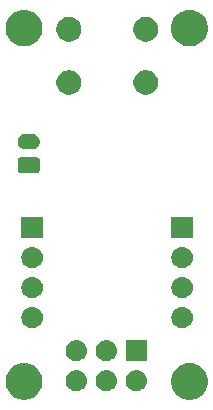
<source format=gbr>
G04 #@! TF.GenerationSoftware,KiCad,Pcbnew,5.0.2+dfsg1-1*
G04 #@! TF.CreationDate,2019-04-22T18:48:39+01:00*
G04 #@! TF.ProjectId,hawk,6861776b-2e6b-4696-9361-645f70636258,rev?*
G04 #@! TF.SameCoordinates,Original*
G04 #@! TF.FileFunction,Soldermask,Bot*
G04 #@! TF.FilePolarity,Negative*
%FSLAX46Y46*%
G04 Gerber Fmt 4.6, Leading zero omitted, Abs format (unit mm)*
G04 Created by KiCad (PCBNEW 5.0.2+dfsg1-1) date Mon 22 Apr 2019 18:48:39 BST*
%MOMM*%
%LPD*%
G01*
G04 APERTURE LIST*
%ADD10C,0.100000*%
G04 APERTURE END LIST*
D10*
G36*
X158452527Y-92788736D02*
X158552410Y-92808604D01*
X158834674Y-92925521D01*
X159088705Y-93095259D01*
X159304741Y-93311295D01*
X159474479Y-93565326D01*
X159591396Y-93847590D01*
X159651000Y-94147240D01*
X159651000Y-94452760D01*
X159591396Y-94752410D01*
X159474479Y-95034674D01*
X159304741Y-95288705D01*
X159088705Y-95504741D01*
X158834674Y-95674479D01*
X158552410Y-95791396D01*
X158452527Y-95811264D01*
X158252762Y-95851000D01*
X157947238Y-95851000D01*
X157747473Y-95811264D01*
X157647590Y-95791396D01*
X157365326Y-95674479D01*
X157111295Y-95504741D01*
X156895259Y-95288705D01*
X156725521Y-95034674D01*
X156608604Y-94752410D01*
X156549000Y-94452760D01*
X156549000Y-94147240D01*
X156608604Y-93847590D01*
X156725521Y-93565326D01*
X156895259Y-93311295D01*
X157111295Y-93095259D01*
X157365326Y-92925521D01*
X157647590Y-92808604D01*
X157747473Y-92788736D01*
X157947238Y-92749000D01*
X158252762Y-92749000D01*
X158452527Y-92788736D01*
X158452527Y-92788736D01*
G37*
G36*
X144452527Y-92788736D02*
X144552410Y-92808604D01*
X144834674Y-92925521D01*
X145088705Y-93095259D01*
X145304741Y-93311295D01*
X145474479Y-93565326D01*
X145591396Y-93847590D01*
X145651000Y-94147240D01*
X145651000Y-94452760D01*
X145591396Y-94752410D01*
X145474479Y-95034674D01*
X145304741Y-95288705D01*
X145088705Y-95504741D01*
X144834674Y-95674479D01*
X144552410Y-95791396D01*
X144452527Y-95811264D01*
X144252762Y-95851000D01*
X143947238Y-95851000D01*
X143747473Y-95811264D01*
X143647590Y-95791396D01*
X143365326Y-95674479D01*
X143111295Y-95504741D01*
X142895259Y-95288705D01*
X142725521Y-95034674D01*
X142608604Y-94752410D01*
X142549000Y-94452760D01*
X142549000Y-94147240D01*
X142608604Y-93847590D01*
X142725521Y-93565326D01*
X142895259Y-93311295D01*
X143111295Y-93095259D01*
X143365326Y-92925521D01*
X143647590Y-92808604D01*
X143747473Y-92788736D01*
X143947238Y-92749000D01*
X144252762Y-92749000D01*
X144452527Y-92788736D01*
X144452527Y-92788736D01*
G37*
G36*
X148630443Y-93345519D02*
X148696627Y-93352037D01*
X148809853Y-93386384D01*
X148866467Y-93403557D01*
X149005087Y-93477652D01*
X149022991Y-93487222D01*
X149058729Y-93516552D01*
X149160186Y-93599814D01*
X149243448Y-93701271D01*
X149272778Y-93737009D01*
X149272779Y-93737011D01*
X149356443Y-93893533D01*
X149356443Y-93893534D01*
X149407963Y-94063373D01*
X149425359Y-94240000D01*
X149407963Y-94416627D01*
X149373616Y-94529853D01*
X149356443Y-94586467D01*
X149282348Y-94725087D01*
X149272778Y-94742991D01*
X149243448Y-94778729D01*
X149160186Y-94880186D01*
X149058729Y-94963448D01*
X149022991Y-94992778D01*
X149022989Y-94992779D01*
X148866467Y-95076443D01*
X148809853Y-95093616D01*
X148696627Y-95127963D01*
X148630443Y-95134481D01*
X148564260Y-95141000D01*
X148475740Y-95141000D01*
X148409557Y-95134481D01*
X148343373Y-95127963D01*
X148230147Y-95093616D01*
X148173533Y-95076443D01*
X148017011Y-94992779D01*
X148017009Y-94992778D01*
X147981271Y-94963448D01*
X147879814Y-94880186D01*
X147796552Y-94778729D01*
X147767222Y-94742991D01*
X147757652Y-94725087D01*
X147683557Y-94586467D01*
X147666384Y-94529853D01*
X147632037Y-94416627D01*
X147614641Y-94240000D01*
X147632037Y-94063373D01*
X147683557Y-93893534D01*
X147683557Y-93893533D01*
X147767221Y-93737011D01*
X147767222Y-93737009D01*
X147796552Y-93701271D01*
X147879814Y-93599814D01*
X147981271Y-93516552D01*
X148017009Y-93487222D01*
X148034913Y-93477652D01*
X148173533Y-93403557D01*
X148230147Y-93386384D01*
X148343373Y-93352037D01*
X148409558Y-93345518D01*
X148475740Y-93339000D01*
X148564260Y-93339000D01*
X148630443Y-93345519D01*
X148630443Y-93345519D01*
G37*
G36*
X151170443Y-93345519D02*
X151236627Y-93352037D01*
X151349853Y-93386384D01*
X151406467Y-93403557D01*
X151545087Y-93477652D01*
X151562991Y-93487222D01*
X151598729Y-93516552D01*
X151700186Y-93599814D01*
X151783448Y-93701271D01*
X151812778Y-93737009D01*
X151812779Y-93737011D01*
X151896443Y-93893533D01*
X151896443Y-93893534D01*
X151947963Y-94063373D01*
X151965359Y-94240000D01*
X151947963Y-94416627D01*
X151913616Y-94529853D01*
X151896443Y-94586467D01*
X151822348Y-94725087D01*
X151812778Y-94742991D01*
X151783448Y-94778729D01*
X151700186Y-94880186D01*
X151598729Y-94963448D01*
X151562991Y-94992778D01*
X151562989Y-94992779D01*
X151406467Y-95076443D01*
X151349853Y-95093616D01*
X151236627Y-95127963D01*
X151170443Y-95134481D01*
X151104260Y-95141000D01*
X151015740Y-95141000D01*
X150949557Y-95134481D01*
X150883373Y-95127963D01*
X150770147Y-95093616D01*
X150713533Y-95076443D01*
X150557011Y-94992779D01*
X150557009Y-94992778D01*
X150521271Y-94963448D01*
X150419814Y-94880186D01*
X150336552Y-94778729D01*
X150307222Y-94742991D01*
X150297652Y-94725087D01*
X150223557Y-94586467D01*
X150206384Y-94529853D01*
X150172037Y-94416627D01*
X150154641Y-94240000D01*
X150172037Y-94063373D01*
X150223557Y-93893534D01*
X150223557Y-93893533D01*
X150307221Y-93737011D01*
X150307222Y-93737009D01*
X150336552Y-93701271D01*
X150419814Y-93599814D01*
X150521271Y-93516552D01*
X150557009Y-93487222D01*
X150574913Y-93477652D01*
X150713533Y-93403557D01*
X150770147Y-93386384D01*
X150883373Y-93352037D01*
X150949558Y-93345518D01*
X151015740Y-93339000D01*
X151104260Y-93339000D01*
X151170443Y-93345519D01*
X151170443Y-93345519D01*
G37*
G36*
X153710443Y-93345519D02*
X153776627Y-93352037D01*
X153889853Y-93386384D01*
X153946467Y-93403557D01*
X154085087Y-93477652D01*
X154102991Y-93487222D01*
X154138729Y-93516552D01*
X154240186Y-93599814D01*
X154323448Y-93701271D01*
X154352778Y-93737009D01*
X154352779Y-93737011D01*
X154436443Y-93893533D01*
X154436443Y-93893534D01*
X154487963Y-94063373D01*
X154505359Y-94240000D01*
X154487963Y-94416627D01*
X154453616Y-94529853D01*
X154436443Y-94586467D01*
X154362348Y-94725087D01*
X154352778Y-94742991D01*
X154323448Y-94778729D01*
X154240186Y-94880186D01*
X154138729Y-94963448D01*
X154102991Y-94992778D01*
X154102989Y-94992779D01*
X153946467Y-95076443D01*
X153889853Y-95093616D01*
X153776627Y-95127963D01*
X153710443Y-95134481D01*
X153644260Y-95141000D01*
X153555740Y-95141000D01*
X153489557Y-95134481D01*
X153423373Y-95127963D01*
X153310147Y-95093616D01*
X153253533Y-95076443D01*
X153097011Y-94992779D01*
X153097009Y-94992778D01*
X153061271Y-94963448D01*
X152959814Y-94880186D01*
X152876552Y-94778729D01*
X152847222Y-94742991D01*
X152837652Y-94725087D01*
X152763557Y-94586467D01*
X152746384Y-94529853D01*
X152712037Y-94416627D01*
X152694641Y-94240000D01*
X152712037Y-94063373D01*
X152763557Y-93893534D01*
X152763557Y-93893533D01*
X152847221Y-93737011D01*
X152847222Y-93737009D01*
X152876552Y-93701271D01*
X152959814Y-93599814D01*
X153061271Y-93516552D01*
X153097009Y-93487222D01*
X153114913Y-93477652D01*
X153253533Y-93403557D01*
X153310147Y-93386384D01*
X153423373Y-93352037D01*
X153489558Y-93345518D01*
X153555740Y-93339000D01*
X153644260Y-93339000D01*
X153710443Y-93345519D01*
X153710443Y-93345519D01*
G37*
G36*
X148630442Y-90805518D02*
X148696627Y-90812037D01*
X148809853Y-90846384D01*
X148866467Y-90863557D01*
X149005087Y-90937652D01*
X149022991Y-90947222D01*
X149058729Y-90976552D01*
X149160186Y-91059814D01*
X149243448Y-91161271D01*
X149272778Y-91197009D01*
X149272779Y-91197011D01*
X149356443Y-91353533D01*
X149356443Y-91353534D01*
X149407963Y-91523373D01*
X149425359Y-91700000D01*
X149407963Y-91876627D01*
X149373616Y-91989853D01*
X149356443Y-92046467D01*
X149282348Y-92185087D01*
X149272778Y-92202991D01*
X149243448Y-92238729D01*
X149160186Y-92340186D01*
X149058729Y-92423448D01*
X149022991Y-92452778D01*
X149022989Y-92452779D01*
X148866467Y-92536443D01*
X148809853Y-92553616D01*
X148696627Y-92587963D01*
X148630442Y-92594482D01*
X148564260Y-92601000D01*
X148475740Y-92601000D01*
X148409558Y-92594482D01*
X148343373Y-92587963D01*
X148230147Y-92553616D01*
X148173533Y-92536443D01*
X148017011Y-92452779D01*
X148017009Y-92452778D01*
X147981271Y-92423448D01*
X147879814Y-92340186D01*
X147796552Y-92238729D01*
X147767222Y-92202991D01*
X147757652Y-92185087D01*
X147683557Y-92046467D01*
X147666384Y-91989853D01*
X147632037Y-91876627D01*
X147614641Y-91700000D01*
X147632037Y-91523373D01*
X147683557Y-91353534D01*
X147683557Y-91353533D01*
X147767221Y-91197011D01*
X147767222Y-91197009D01*
X147796552Y-91161271D01*
X147879814Y-91059814D01*
X147981271Y-90976552D01*
X148017009Y-90947222D01*
X148034913Y-90937652D01*
X148173533Y-90863557D01*
X148230147Y-90846384D01*
X148343373Y-90812037D01*
X148409558Y-90805518D01*
X148475740Y-90799000D01*
X148564260Y-90799000D01*
X148630442Y-90805518D01*
X148630442Y-90805518D01*
G37*
G36*
X154501000Y-92601000D02*
X152699000Y-92601000D01*
X152699000Y-90799000D01*
X154501000Y-90799000D01*
X154501000Y-92601000D01*
X154501000Y-92601000D01*
G37*
G36*
X151170442Y-90805518D02*
X151236627Y-90812037D01*
X151349853Y-90846384D01*
X151406467Y-90863557D01*
X151545087Y-90937652D01*
X151562991Y-90947222D01*
X151598729Y-90976552D01*
X151700186Y-91059814D01*
X151783448Y-91161271D01*
X151812778Y-91197009D01*
X151812779Y-91197011D01*
X151896443Y-91353533D01*
X151896443Y-91353534D01*
X151947963Y-91523373D01*
X151965359Y-91700000D01*
X151947963Y-91876627D01*
X151913616Y-91989853D01*
X151896443Y-92046467D01*
X151822348Y-92185087D01*
X151812778Y-92202991D01*
X151783448Y-92238729D01*
X151700186Y-92340186D01*
X151598729Y-92423448D01*
X151562991Y-92452778D01*
X151562989Y-92452779D01*
X151406467Y-92536443D01*
X151349853Y-92553616D01*
X151236627Y-92587963D01*
X151170442Y-92594482D01*
X151104260Y-92601000D01*
X151015740Y-92601000D01*
X150949558Y-92594482D01*
X150883373Y-92587963D01*
X150770147Y-92553616D01*
X150713533Y-92536443D01*
X150557011Y-92452779D01*
X150557009Y-92452778D01*
X150521271Y-92423448D01*
X150419814Y-92340186D01*
X150336552Y-92238729D01*
X150307222Y-92202991D01*
X150297652Y-92185087D01*
X150223557Y-92046467D01*
X150206384Y-91989853D01*
X150172037Y-91876627D01*
X150154641Y-91700000D01*
X150172037Y-91523373D01*
X150223557Y-91353534D01*
X150223557Y-91353533D01*
X150307221Y-91197011D01*
X150307222Y-91197009D01*
X150336552Y-91161271D01*
X150419814Y-91059814D01*
X150521271Y-90976552D01*
X150557009Y-90947222D01*
X150574913Y-90937652D01*
X150713533Y-90863557D01*
X150770147Y-90846384D01*
X150883373Y-90812037D01*
X150949558Y-90805518D01*
X151015740Y-90799000D01*
X151104260Y-90799000D01*
X151170442Y-90805518D01*
X151170442Y-90805518D01*
G37*
G36*
X144890443Y-88005519D02*
X144956627Y-88012037D01*
X145069853Y-88046384D01*
X145126467Y-88063557D01*
X145265087Y-88137652D01*
X145282991Y-88147222D01*
X145318729Y-88176552D01*
X145420186Y-88259814D01*
X145503448Y-88361271D01*
X145532778Y-88397009D01*
X145532779Y-88397011D01*
X145616443Y-88553533D01*
X145616443Y-88553534D01*
X145667963Y-88723373D01*
X145685359Y-88900000D01*
X145667963Y-89076627D01*
X145633616Y-89189853D01*
X145616443Y-89246467D01*
X145542348Y-89385087D01*
X145532778Y-89402991D01*
X145503448Y-89438729D01*
X145420186Y-89540186D01*
X145318729Y-89623448D01*
X145282991Y-89652778D01*
X145282989Y-89652779D01*
X145126467Y-89736443D01*
X145069853Y-89753616D01*
X144956627Y-89787963D01*
X144890443Y-89794481D01*
X144824260Y-89801000D01*
X144735740Y-89801000D01*
X144669557Y-89794481D01*
X144603373Y-89787963D01*
X144490147Y-89753616D01*
X144433533Y-89736443D01*
X144277011Y-89652779D01*
X144277009Y-89652778D01*
X144241271Y-89623448D01*
X144139814Y-89540186D01*
X144056552Y-89438729D01*
X144027222Y-89402991D01*
X144017652Y-89385087D01*
X143943557Y-89246467D01*
X143926384Y-89189853D01*
X143892037Y-89076627D01*
X143874641Y-88900000D01*
X143892037Y-88723373D01*
X143943557Y-88553534D01*
X143943557Y-88553533D01*
X144027221Y-88397011D01*
X144027222Y-88397009D01*
X144056552Y-88361271D01*
X144139814Y-88259814D01*
X144241271Y-88176552D01*
X144277009Y-88147222D01*
X144294913Y-88137652D01*
X144433533Y-88063557D01*
X144490147Y-88046384D01*
X144603373Y-88012037D01*
X144669557Y-88005519D01*
X144735740Y-87999000D01*
X144824260Y-87999000D01*
X144890443Y-88005519D01*
X144890443Y-88005519D01*
G37*
G36*
X157590443Y-88005519D02*
X157656627Y-88012037D01*
X157769853Y-88046384D01*
X157826467Y-88063557D01*
X157965087Y-88137652D01*
X157982991Y-88147222D01*
X158018729Y-88176552D01*
X158120186Y-88259814D01*
X158203448Y-88361271D01*
X158232778Y-88397009D01*
X158232779Y-88397011D01*
X158316443Y-88553533D01*
X158316443Y-88553534D01*
X158367963Y-88723373D01*
X158385359Y-88900000D01*
X158367963Y-89076627D01*
X158333616Y-89189853D01*
X158316443Y-89246467D01*
X158242348Y-89385087D01*
X158232778Y-89402991D01*
X158203448Y-89438729D01*
X158120186Y-89540186D01*
X158018729Y-89623448D01*
X157982991Y-89652778D01*
X157982989Y-89652779D01*
X157826467Y-89736443D01*
X157769853Y-89753616D01*
X157656627Y-89787963D01*
X157590443Y-89794481D01*
X157524260Y-89801000D01*
X157435740Y-89801000D01*
X157369557Y-89794481D01*
X157303373Y-89787963D01*
X157190147Y-89753616D01*
X157133533Y-89736443D01*
X156977011Y-89652779D01*
X156977009Y-89652778D01*
X156941271Y-89623448D01*
X156839814Y-89540186D01*
X156756552Y-89438729D01*
X156727222Y-89402991D01*
X156717652Y-89385087D01*
X156643557Y-89246467D01*
X156626384Y-89189853D01*
X156592037Y-89076627D01*
X156574641Y-88900000D01*
X156592037Y-88723373D01*
X156643557Y-88553534D01*
X156643557Y-88553533D01*
X156727221Y-88397011D01*
X156727222Y-88397009D01*
X156756552Y-88361271D01*
X156839814Y-88259814D01*
X156941271Y-88176552D01*
X156977009Y-88147222D01*
X156994913Y-88137652D01*
X157133533Y-88063557D01*
X157190147Y-88046384D01*
X157303373Y-88012037D01*
X157369557Y-88005519D01*
X157435740Y-87999000D01*
X157524260Y-87999000D01*
X157590443Y-88005519D01*
X157590443Y-88005519D01*
G37*
G36*
X157590442Y-85465518D02*
X157656627Y-85472037D01*
X157769853Y-85506384D01*
X157826467Y-85523557D01*
X157965087Y-85597652D01*
X157982991Y-85607222D01*
X158018729Y-85636552D01*
X158120186Y-85719814D01*
X158203448Y-85821271D01*
X158232778Y-85857009D01*
X158232779Y-85857011D01*
X158316443Y-86013533D01*
X158316443Y-86013534D01*
X158367963Y-86183373D01*
X158385359Y-86360000D01*
X158367963Y-86536627D01*
X158333616Y-86649853D01*
X158316443Y-86706467D01*
X158242348Y-86845087D01*
X158232778Y-86862991D01*
X158203448Y-86898729D01*
X158120186Y-87000186D01*
X158018729Y-87083448D01*
X157982991Y-87112778D01*
X157982989Y-87112779D01*
X157826467Y-87196443D01*
X157769853Y-87213616D01*
X157656627Y-87247963D01*
X157590442Y-87254482D01*
X157524260Y-87261000D01*
X157435740Y-87261000D01*
X157369558Y-87254482D01*
X157303373Y-87247963D01*
X157190147Y-87213616D01*
X157133533Y-87196443D01*
X156977011Y-87112779D01*
X156977009Y-87112778D01*
X156941271Y-87083448D01*
X156839814Y-87000186D01*
X156756552Y-86898729D01*
X156727222Y-86862991D01*
X156717652Y-86845087D01*
X156643557Y-86706467D01*
X156626384Y-86649853D01*
X156592037Y-86536627D01*
X156574641Y-86360000D01*
X156592037Y-86183373D01*
X156643557Y-86013534D01*
X156643557Y-86013533D01*
X156727221Y-85857011D01*
X156727222Y-85857009D01*
X156756552Y-85821271D01*
X156839814Y-85719814D01*
X156941271Y-85636552D01*
X156977009Y-85607222D01*
X156994913Y-85597652D01*
X157133533Y-85523557D01*
X157190147Y-85506384D01*
X157303373Y-85472037D01*
X157369558Y-85465518D01*
X157435740Y-85459000D01*
X157524260Y-85459000D01*
X157590442Y-85465518D01*
X157590442Y-85465518D01*
G37*
G36*
X144890442Y-85465518D02*
X144956627Y-85472037D01*
X145069853Y-85506384D01*
X145126467Y-85523557D01*
X145265087Y-85597652D01*
X145282991Y-85607222D01*
X145318729Y-85636552D01*
X145420186Y-85719814D01*
X145503448Y-85821271D01*
X145532778Y-85857009D01*
X145532779Y-85857011D01*
X145616443Y-86013533D01*
X145616443Y-86013534D01*
X145667963Y-86183373D01*
X145685359Y-86360000D01*
X145667963Y-86536627D01*
X145633616Y-86649853D01*
X145616443Y-86706467D01*
X145542348Y-86845087D01*
X145532778Y-86862991D01*
X145503448Y-86898729D01*
X145420186Y-87000186D01*
X145318729Y-87083448D01*
X145282991Y-87112778D01*
X145282989Y-87112779D01*
X145126467Y-87196443D01*
X145069853Y-87213616D01*
X144956627Y-87247963D01*
X144890442Y-87254482D01*
X144824260Y-87261000D01*
X144735740Y-87261000D01*
X144669558Y-87254482D01*
X144603373Y-87247963D01*
X144490147Y-87213616D01*
X144433533Y-87196443D01*
X144277011Y-87112779D01*
X144277009Y-87112778D01*
X144241271Y-87083448D01*
X144139814Y-87000186D01*
X144056552Y-86898729D01*
X144027222Y-86862991D01*
X144017652Y-86845087D01*
X143943557Y-86706467D01*
X143926384Y-86649853D01*
X143892037Y-86536627D01*
X143874641Y-86360000D01*
X143892037Y-86183373D01*
X143943557Y-86013534D01*
X143943557Y-86013533D01*
X144027221Y-85857011D01*
X144027222Y-85857009D01*
X144056552Y-85821271D01*
X144139814Y-85719814D01*
X144241271Y-85636552D01*
X144277009Y-85607222D01*
X144294913Y-85597652D01*
X144433533Y-85523557D01*
X144490147Y-85506384D01*
X144603373Y-85472037D01*
X144669558Y-85465518D01*
X144735740Y-85459000D01*
X144824260Y-85459000D01*
X144890442Y-85465518D01*
X144890442Y-85465518D01*
G37*
G36*
X157590443Y-82925519D02*
X157656627Y-82932037D01*
X157769853Y-82966384D01*
X157826467Y-82983557D01*
X157965087Y-83057652D01*
X157982991Y-83067222D01*
X158018729Y-83096552D01*
X158120186Y-83179814D01*
X158203448Y-83281271D01*
X158232778Y-83317009D01*
X158232779Y-83317011D01*
X158316443Y-83473533D01*
X158316443Y-83473534D01*
X158367963Y-83643373D01*
X158385359Y-83820000D01*
X158367963Y-83996627D01*
X158333616Y-84109853D01*
X158316443Y-84166467D01*
X158242348Y-84305087D01*
X158232778Y-84322991D01*
X158203448Y-84358729D01*
X158120186Y-84460186D01*
X158018729Y-84543448D01*
X157982991Y-84572778D01*
X157982989Y-84572779D01*
X157826467Y-84656443D01*
X157769853Y-84673616D01*
X157656627Y-84707963D01*
X157590443Y-84714481D01*
X157524260Y-84721000D01*
X157435740Y-84721000D01*
X157369557Y-84714481D01*
X157303373Y-84707963D01*
X157190147Y-84673616D01*
X157133533Y-84656443D01*
X156977011Y-84572779D01*
X156977009Y-84572778D01*
X156941271Y-84543448D01*
X156839814Y-84460186D01*
X156756552Y-84358729D01*
X156727222Y-84322991D01*
X156717652Y-84305087D01*
X156643557Y-84166467D01*
X156626384Y-84109853D01*
X156592037Y-83996627D01*
X156574641Y-83820000D01*
X156592037Y-83643373D01*
X156643557Y-83473534D01*
X156643557Y-83473533D01*
X156727221Y-83317011D01*
X156727222Y-83317009D01*
X156756552Y-83281271D01*
X156839814Y-83179814D01*
X156941271Y-83096552D01*
X156977009Y-83067222D01*
X156994913Y-83057652D01*
X157133533Y-82983557D01*
X157190147Y-82966384D01*
X157303373Y-82932037D01*
X157369557Y-82925519D01*
X157435740Y-82919000D01*
X157524260Y-82919000D01*
X157590443Y-82925519D01*
X157590443Y-82925519D01*
G37*
G36*
X144890443Y-82925519D02*
X144956627Y-82932037D01*
X145069853Y-82966384D01*
X145126467Y-82983557D01*
X145265087Y-83057652D01*
X145282991Y-83067222D01*
X145318729Y-83096552D01*
X145420186Y-83179814D01*
X145503448Y-83281271D01*
X145532778Y-83317009D01*
X145532779Y-83317011D01*
X145616443Y-83473533D01*
X145616443Y-83473534D01*
X145667963Y-83643373D01*
X145685359Y-83820000D01*
X145667963Y-83996627D01*
X145633616Y-84109853D01*
X145616443Y-84166467D01*
X145542348Y-84305087D01*
X145532778Y-84322991D01*
X145503448Y-84358729D01*
X145420186Y-84460186D01*
X145318729Y-84543448D01*
X145282991Y-84572778D01*
X145282989Y-84572779D01*
X145126467Y-84656443D01*
X145069853Y-84673616D01*
X144956627Y-84707963D01*
X144890443Y-84714481D01*
X144824260Y-84721000D01*
X144735740Y-84721000D01*
X144669557Y-84714481D01*
X144603373Y-84707963D01*
X144490147Y-84673616D01*
X144433533Y-84656443D01*
X144277011Y-84572779D01*
X144277009Y-84572778D01*
X144241271Y-84543448D01*
X144139814Y-84460186D01*
X144056552Y-84358729D01*
X144027222Y-84322991D01*
X144017652Y-84305087D01*
X143943557Y-84166467D01*
X143926384Y-84109853D01*
X143892037Y-83996627D01*
X143874641Y-83820000D01*
X143892037Y-83643373D01*
X143943557Y-83473534D01*
X143943557Y-83473533D01*
X144027221Y-83317011D01*
X144027222Y-83317009D01*
X144056552Y-83281271D01*
X144139814Y-83179814D01*
X144241271Y-83096552D01*
X144277009Y-83067222D01*
X144294913Y-83057652D01*
X144433533Y-82983557D01*
X144490147Y-82966384D01*
X144603373Y-82932037D01*
X144669557Y-82925519D01*
X144735740Y-82919000D01*
X144824260Y-82919000D01*
X144890443Y-82925519D01*
X144890443Y-82925519D01*
G37*
G36*
X145681000Y-82181000D02*
X143879000Y-82181000D01*
X143879000Y-80379000D01*
X145681000Y-80379000D01*
X145681000Y-82181000D01*
X145681000Y-82181000D01*
G37*
G36*
X158381000Y-82181000D02*
X156579000Y-82181000D01*
X156579000Y-80379000D01*
X158381000Y-80379000D01*
X158381000Y-82181000D01*
X158381000Y-82181000D01*
G37*
G36*
X145266242Y-75353404D02*
X145303339Y-75364657D01*
X145337520Y-75382927D01*
X145367482Y-75407518D01*
X145392073Y-75437480D01*
X145410343Y-75471661D01*
X145421596Y-75508758D01*
X145426000Y-75553473D01*
X145426000Y-76446527D01*
X145421596Y-76491242D01*
X145410343Y-76528339D01*
X145392073Y-76562520D01*
X145367482Y-76592482D01*
X145337520Y-76617073D01*
X145303339Y-76635343D01*
X145266242Y-76646596D01*
X145221527Y-76651000D01*
X143778473Y-76651000D01*
X143733758Y-76646596D01*
X143696661Y-76635343D01*
X143662480Y-76617073D01*
X143632518Y-76592482D01*
X143607927Y-76562520D01*
X143589657Y-76528339D01*
X143578404Y-76491242D01*
X143574000Y-76446527D01*
X143574000Y-75553473D01*
X143578404Y-75508758D01*
X143589657Y-75471661D01*
X143607927Y-75437480D01*
X143632518Y-75407518D01*
X143662480Y-75382927D01*
X143696661Y-75364657D01*
X143733758Y-75353404D01*
X143778473Y-75349000D01*
X145221527Y-75349000D01*
X145266242Y-75353404D01*
X145266242Y-75353404D01*
G37*
G36*
X144838855Y-73352140D02*
X144902618Y-73358420D01*
X144984427Y-73383237D01*
X145025333Y-73395645D01*
X145125491Y-73449181D01*
X145138426Y-73456095D01*
X145237553Y-73537447D01*
X145318905Y-73636574D01*
X145318906Y-73636576D01*
X145379355Y-73749667D01*
X145379355Y-73749668D01*
X145416580Y-73872382D01*
X145429149Y-74000000D01*
X145416580Y-74127618D01*
X145391763Y-74209427D01*
X145379355Y-74250333D01*
X145325819Y-74350491D01*
X145318905Y-74363426D01*
X145237553Y-74462553D01*
X145138426Y-74543905D01*
X145138424Y-74543906D01*
X145025333Y-74604355D01*
X144984427Y-74616763D01*
X144902618Y-74641580D01*
X144838855Y-74647860D01*
X144806974Y-74651000D01*
X144193026Y-74651000D01*
X144161145Y-74647860D01*
X144097382Y-74641580D01*
X144015573Y-74616763D01*
X143974667Y-74604355D01*
X143861576Y-74543906D01*
X143861574Y-74543905D01*
X143762447Y-74462553D01*
X143681095Y-74363426D01*
X143674181Y-74350491D01*
X143620645Y-74250333D01*
X143608237Y-74209427D01*
X143583420Y-74127618D01*
X143570851Y-74000000D01*
X143583420Y-73872382D01*
X143620645Y-73749668D01*
X143620645Y-73749667D01*
X143681094Y-73636576D01*
X143681095Y-73636574D01*
X143762447Y-73537447D01*
X143861574Y-73456095D01*
X143874509Y-73449181D01*
X143974667Y-73395645D01*
X144015573Y-73383237D01*
X144097382Y-73358420D01*
X144161145Y-73352140D01*
X144193026Y-73349000D01*
X144806974Y-73349000D01*
X144838855Y-73352140D01*
X144838855Y-73352140D01*
G37*
G36*
X154706565Y-67989389D02*
X154897834Y-68068615D01*
X155069976Y-68183637D01*
X155216363Y-68330024D01*
X155331385Y-68502166D01*
X155410611Y-68693435D01*
X155451000Y-68896484D01*
X155451000Y-69103516D01*
X155410611Y-69306565D01*
X155331385Y-69497834D01*
X155216363Y-69669976D01*
X155069976Y-69816363D01*
X154897834Y-69931385D01*
X154706565Y-70010611D01*
X154503516Y-70051000D01*
X154296484Y-70051000D01*
X154093435Y-70010611D01*
X153902166Y-69931385D01*
X153730024Y-69816363D01*
X153583637Y-69669976D01*
X153468615Y-69497834D01*
X153389389Y-69306565D01*
X153349000Y-69103516D01*
X153349000Y-68896484D01*
X153389389Y-68693435D01*
X153468615Y-68502166D01*
X153583637Y-68330024D01*
X153730024Y-68183637D01*
X153902166Y-68068615D01*
X154093435Y-67989389D01*
X154296484Y-67949000D01*
X154503516Y-67949000D01*
X154706565Y-67989389D01*
X154706565Y-67989389D01*
G37*
G36*
X148206565Y-67989389D02*
X148397834Y-68068615D01*
X148569976Y-68183637D01*
X148716363Y-68330024D01*
X148831385Y-68502166D01*
X148910611Y-68693435D01*
X148951000Y-68896484D01*
X148951000Y-69103516D01*
X148910611Y-69306565D01*
X148831385Y-69497834D01*
X148716363Y-69669976D01*
X148569976Y-69816363D01*
X148397834Y-69931385D01*
X148206565Y-70010611D01*
X148003516Y-70051000D01*
X147796484Y-70051000D01*
X147593435Y-70010611D01*
X147402166Y-69931385D01*
X147230024Y-69816363D01*
X147083637Y-69669976D01*
X146968615Y-69497834D01*
X146889389Y-69306565D01*
X146849000Y-69103516D01*
X146849000Y-68896484D01*
X146889389Y-68693435D01*
X146968615Y-68502166D01*
X147083637Y-68330024D01*
X147230024Y-68183637D01*
X147402166Y-68068615D01*
X147593435Y-67989389D01*
X147796484Y-67949000D01*
X148003516Y-67949000D01*
X148206565Y-67989389D01*
X148206565Y-67989389D01*
G37*
G36*
X158452527Y-62888736D02*
X158552410Y-62908604D01*
X158834674Y-63025521D01*
X159088705Y-63195259D01*
X159304741Y-63411295D01*
X159474479Y-63665326D01*
X159591396Y-63947590D01*
X159591396Y-63947591D01*
X159651000Y-64247238D01*
X159651000Y-64552762D01*
X159640904Y-64603516D01*
X159591396Y-64852410D01*
X159474479Y-65134674D01*
X159304741Y-65388705D01*
X159088705Y-65604741D01*
X158834674Y-65774479D01*
X158552410Y-65891396D01*
X158452527Y-65911264D01*
X158252762Y-65951000D01*
X157947238Y-65951000D01*
X157747473Y-65911264D01*
X157647590Y-65891396D01*
X157365326Y-65774479D01*
X157111295Y-65604741D01*
X156895259Y-65388705D01*
X156725521Y-65134674D01*
X156608604Y-64852410D01*
X156559096Y-64603516D01*
X156549000Y-64552762D01*
X156549000Y-64247238D01*
X156608604Y-63947591D01*
X156608604Y-63947590D01*
X156725521Y-63665326D01*
X156895259Y-63411295D01*
X157111295Y-63195259D01*
X157365326Y-63025521D01*
X157647590Y-62908604D01*
X157747473Y-62888736D01*
X157947238Y-62849000D01*
X158252762Y-62849000D01*
X158452527Y-62888736D01*
X158452527Y-62888736D01*
G37*
G36*
X144452527Y-62888736D02*
X144552410Y-62908604D01*
X144834674Y-63025521D01*
X145088705Y-63195259D01*
X145304741Y-63411295D01*
X145474479Y-63665326D01*
X145591396Y-63947590D01*
X145591396Y-63947591D01*
X145651000Y-64247238D01*
X145651000Y-64552762D01*
X145640904Y-64603516D01*
X145591396Y-64852410D01*
X145474479Y-65134674D01*
X145304741Y-65388705D01*
X145088705Y-65604741D01*
X144834674Y-65774479D01*
X144552410Y-65891396D01*
X144452527Y-65911264D01*
X144252762Y-65951000D01*
X143947238Y-65951000D01*
X143747473Y-65911264D01*
X143647590Y-65891396D01*
X143365326Y-65774479D01*
X143111295Y-65604741D01*
X142895259Y-65388705D01*
X142725521Y-65134674D01*
X142608604Y-64852410D01*
X142559096Y-64603516D01*
X142549000Y-64552762D01*
X142549000Y-64247238D01*
X142608604Y-63947591D01*
X142608604Y-63947590D01*
X142725521Y-63665326D01*
X142895259Y-63411295D01*
X143111295Y-63195259D01*
X143365326Y-63025521D01*
X143647590Y-62908604D01*
X143747473Y-62888736D01*
X143947238Y-62849000D01*
X144252762Y-62849000D01*
X144452527Y-62888736D01*
X144452527Y-62888736D01*
G37*
G36*
X154706565Y-63489389D02*
X154897834Y-63568615D01*
X155069976Y-63683637D01*
X155216363Y-63830024D01*
X155331385Y-64002166D01*
X155410611Y-64193435D01*
X155451000Y-64396484D01*
X155451000Y-64603516D01*
X155410611Y-64806565D01*
X155331385Y-64997834D01*
X155216363Y-65169976D01*
X155069976Y-65316363D01*
X154897834Y-65431385D01*
X154706565Y-65510611D01*
X154503516Y-65551000D01*
X154296484Y-65551000D01*
X154093435Y-65510611D01*
X153902166Y-65431385D01*
X153730024Y-65316363D01*
X153583637Y-65169976D01*
X153468615Y-64997834D01*
X153389389Y-64806565D01*
X153349000Y-64603516D01*
X153349000Y-64396484D01*
X153389389Y-64193435D01*
X153468615Y-64002166D01*
X153583637Y-63830024D01*
X153730024Y-63683637D01*
X153902166Y-63568615D01*
X154093435Y-63489389D01*
X154296484Y-63449000D01*
X154503516Y-63449000D01*
X154706565Y-63489389D01*
X154706565Y-63489389D01*
G37*
G36*
X148206565Y-63489389D02*
X148397834Y-63568615D01*
X148569976Y-63683637D01*
X148716363Y-63830024D01*
X148831385Y-64002166D01*
X148910611Y-64193435D01*
X148951000Y-64396484D01*
X148951000Y-64603516D01*
X148910611Y-64806565D01*
X148831385Y-64997834D01*
X148716363Y-65169976D01*
X148569976Y-65316363D01*
X148397834Y-65431385D01*
X148206565Y-65510611D01*
X148003516Y-65551000D01*
X147796484Y-65551000D01*
X147593435Y-65510611D01*
X147402166Y-65431385D01*
X147230024Y-65316363D01*
X147083637Y-65169976D01*
X146968615Y-64997834D01*
X146889389Y-64806565D01*
X146849000Y-64603516D01*
X146849000Y-64396484D01*
X146889389Y-64193435D01*
X146968615Y-64002166D01*
X147083637Y-63830024D01*
X147230024Y-63683637D01*
X147402166Y-63568615D01*
X147593435Y-63489389D01*
X147796484Y-63449000D01*
X148003516Y-63449000D01*
X148206565Y-63489389D01*
X148206565Y-63489389D01*
G37*
M02*

</source>
